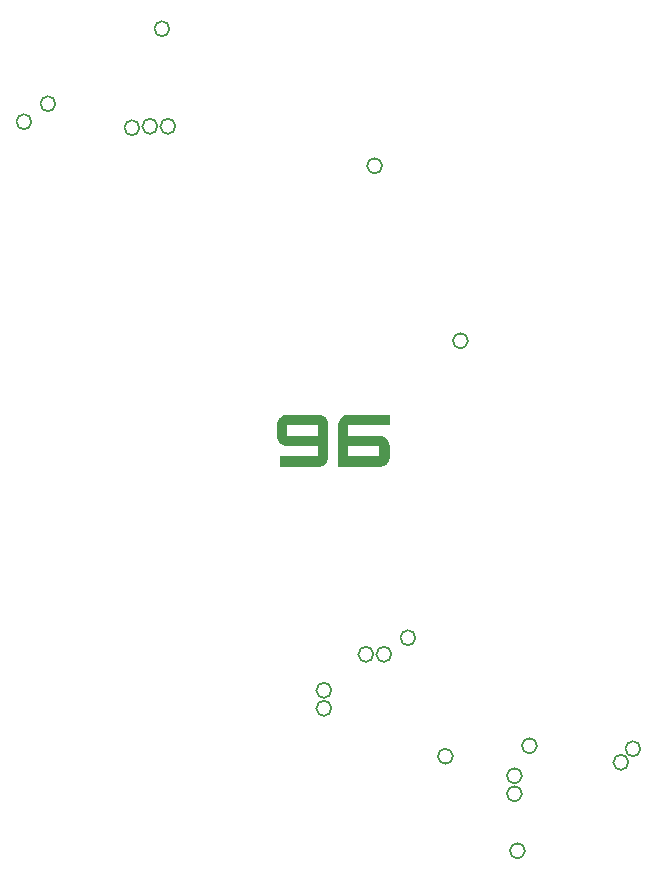
<source format=gbo>
%FSLAX25Y25*%
%MOIN*%
G70*
G01*
G75*
G04 Layer_Color=32896*
%ADD10C,0.01000*%
%ADD11C,0.00500*%
%ADD12C,0.00600*%
%ADD13R,0.03347X0.02953*%
%ADD14R,0.02953X0.03347*%
%ADD15R,0.03543X0.02953*%
G04:AMPARAMS|DCode=16|XSize=17.72mil|YSize=19.69mil|CornerRadius=0mil|HoleSize=0mil|Usage=FLASHONLY|Rotation=22.500|XOffset=0mil|YOffset=0mil|HoleType=Round|Shape=Rectangle|*
%AMROTATEDRECTD16*
4,1,4,-0.00442,-0.01248,-0.01195,0.00570,0.00442,0.01248,0.01195,-0.00570,-0.00442,-0.01248,0.0*
%
%ADD16ROTATEDRECTD16*%

G04:AMPARAMS|DCode=17|XSize=33.47mil|YSize=35.43mil|CornerRadius=0mil|HoleSize=0mil|Usage=FLASHONLY|Rotation=202.500|XOffset=0mil|YOffset=0mil|HoleType=Round|Shape=Rectangle|*
%AMROTATEDRECTD17*
4,1,4,0.00868,0.02277,0.02224,-0.00997,-0.00868,-0.02277,-0.02224,0.00997,0.00868,0.02277,0.0*
%
%ADD17ROTATEDRECTD17*%

G04:AMPARAMS|DCode=18|XSize=17.72mil|YSize=19.69mil|CornerRadius=0mil|HoleSize=0mil|Usage=FLASHONLY|Rotation=112.500|XOffset=0mil|YOffset=0mil|HoleType=Round|Shape=Rectangle|*
%AMROTATEDRECTD18*
4,1,4,0.01248,-0.00442,-0.00570,-0.01195,-0.01248,0.00442,0.00570,0.01195,0.01248,-0.00442,0.0*
%
%ADD18ROTATEDRECTD18*%

G04:AMPARAMS|DCode=19|XSize=33.47mil|YSize=35.43mil|CornerRadius=0mil|HoleSize=0mil|Usage=FLASHONLY|Rotation=292.500|XOffset=0mil|YOffset=0mil|HoleType=Round|Shape=Rectangle|*
%AMROTATEDRECTD19*
4,1,4,-0.02277,0.00868,0.00997,0.02224,0.02277,-0.00868,-0.00997,-0.02224,-0.02277,0.00868,0.0*
%
%ADD19ROTATEDRECTD19*%

G04:AMPARAMS|DCode=20|XSize=17.72mil|YSize=19.69mil|CornerRadius=0mil|HoleSize=0mil|Usage=FLASHONLY|Rotation=337.500|XOffset=0mil|YOffset=0mil|HoleType=Round|Shape=Rectangle|*
%AMROTATEDRECTD20*
4,1,4,-0.01195,-0.00570,-0.00442,0.01248,0.01195,0.00570,0.00442,-0.01248,-0.01195,-0.00570,0.0*
%
%ADD20ROTATEDRECTD20*%

G04:AMPARAMS|DCode=21|XSize=33.47mil|YSize=35.43mil|CornerRadius=0mil|HoleSize=0mil|Usage=FLASHONLY|Rotation=157.500|XOffset=0mil|YOffset=0mil|HoleType=Round|Shape=Rectangle|*
%AMROTATEDRECTD21*
4,1,4,0.02224,0.00997,0.00868,-0.02277,-0.02224,-0.00997,-0.00868,0.02277,0.02224,0.00997,0.0*
%
%ADD21ROTATEDRECTD21*%

G04:AMPARAMS|DCode=22|XSize=17.72mil|YSize=19.69mil|CornerRadius=0mil|HoleSize=0mil|Usage=FLASHONLY|Rotation=247.500|XOffset=0mil|YOffset=0mil|HoleType=Round|Shape=Rectangle|*
%AMROTATEDRECTD22*
4,1,4,-0.00570,0.01195,0.01248,0.00442,0.00570,-0.01195,-0.01248,-0.00442,-0.00570,0.01195,0.0*
%
%ADD22ROTATEDRECTD22*%

G04:AMPARAMS|DCode=23|XSize=33.47mil|YSize=35.43mil|CornerRadius=0mil|HoleSize=0mil|Usage=FLASHONLY|Rotation=67.500|XOffset=0mil|YOffset=0mil|HoleType=Round|Shape=Rectangle|*
%AMROTATEDRECTD23*
4,1,4,0.00997,-0.02224,-0.02277,-0.00868,-0.00997,0.02224,0.02277,0.00868,0.00997,-0.02224,0.0*
%
%ADD23ROTATEDRECTD23*%

%ADD24R,0.02362X0.02362*%
%ADD25R,0.01890X0.01575*%
%ADD26R,0.03150X0.05118*%
%ADD27R,0.02362X0.02559*%
%ADD28C,0.03200*%
%ADD29R,0.02559X0.02362*%
%ADD30R,0.08268X0.08268*%
%ADD31O,0.02559X0.01181*%
%ADD32O,0.01181X0.02559*%
%ADD33R,0.02953X0.03543*%
%ADD34R,0.03543X0.07480*%
%ADD35R,0.02362X0.02362*%
%ADD36R,0.02362X0.02756*%
%ADD37R,0.04724X0.05512*%
G04:AMPARAMS|DCode=38|XSize=11.02mil|YSize=33.47mil|CornerRadius=0mil|HoleSize=0mil|Usage=FLASHONLY|Rotation=0.000|XOffset=0mil|YOffset=0mil|HoleType=Round|Shape=Octagon|*
%AMOCTAGOND38*
4,1,8,-0.00276,0.01673,0.00276,0.01673,0.00551,0.01398,0.00551,-0.01398,0.00276,-0.01673,-0.00276,-0.01673,-0.00551,-0.01398,-0.00551,0.01398,-0.00276,0.01673,0.0*
%
%ADD38OCTAGOND38*%

%ADD39R,0.01102X0.03347*%
%ADD40R,0.03347X0.01102*%
%ADD41R,0.13583X0.13583*%
%ADD42R,0.05709X0.02165*%
%ADD43R,0.05512X0.04724*%
%ADD44R,0.05118X0.07480*%
%ADD45R,0.03000X0.10000*%
%ADD46R,0.17716X0.17716*%
%ADD47R,0.03600X0.04800*%
%ADD48R,0.09055X0.02559*%
%ADD49R,0.08071X0.11417*%
%ADD50R,0.08661X0.04095*%
%ADD51C,0.10000*%
%ADD52C,0.01500*%
%ADD53C,0.00800*%
%ADD54C,0.04000*%
%ADD55C,0.02000*%
%ADD56C,0.03000*%
%ADD57C,0.02500*%
%ADD58C,0.00700*%
%ADD59R,0.07000X0.23500*%
%ADD60R,0.15700X0.07000*%
%ADD61R,0.03000X0.03300*%
%ADD62C,0.03500*%
%ADD63C,0.02000*%
%ADD64R,0.10800X0.10800*%
%ADD65C,0.10800*%
%ADD66C,0.03000*%
%ADD67C,0.02200*%
%ADD68C,0.04000*%
%ADD69C,0.02598*%
%ADD70C,0.00984*%
%ADD71C,0.00984*%
%ADD72C,0.00787*%
%ADD73C,0.00300*%
%ADD74R,0.01772X0.03740*%
%ADD75R,0.03147X0.02753*%
%ADD76R,0.02753X0.03147*%
%ADD77R,0.03343X0.02753*%
G04:AMPARAMS|DCode=78|XSize=15.72mil|YSize=17.69mil|CornerRadius=0mil|HoleSize=0mil|Usage=FLASHONLY|Rotation=22.500|XOffset=0mil|YOffset=0mil|HoleType=Round|Shape=Rectangle|*
%AMROTATEDRECTD78*
4,1,4,-0.00388,-0.01118,-0.01064,0.00516,0.00388,0.01118,0.01064,-0.00516,-0.00388,-0.01118,0.0*
%
%ADD78ROTATEDRECTD78*%

G04:AMPARAMS|DCode=79|XSize=31.47mil|YSize=33.43mil|CornerRadius=0mil|HoleSize=0mil|Usage=FLASHONLY|Rotation=202.500|XOffset=0mil|YOffset=0mil|HoleType=Round|Shape=Rectangle|*
%AMROTATEDRECTD79*
4,1,4,0.00814,0.02147,0.02093,-0.00942,-0.00814,-0.02147,-0.02093,0.00942,0.00814,0.02147,0.0*
%
%ADD79ROTATEDRECTD79*%

G04:AMPARAMS|DCode=80|XSize=15.72mil|YSize=17.69mil|CornerRadius=0mil|HoleSize=0mil|Usage=FLASHONLY|Rotation=112.500|XOffset=0mil|YOffset=0mil|HoleType=Round|Shape=Rectangle|*
%AMROTATEDRECTD80*
4,1,4,0.01118,-0.00388,-0.00516,-0.01064,-0.01118,0.00388,0.00516,0.01064,0.01118,-0.00388,0.0*
%
%ADD80ROTATEDRECTD80*%

G04:AMPARAMS|DCode=81|XSize=31.47mil|YSize=33.43mil|CornerRadius=0mil|HoleSize=0mil|Usage=FLASHONLY|Rotation=292.500|XOffset=0mil|YOffset=0mil|HoleType=Round|Shape=Rectangle|*
%AMROTATEDRECTD81*
4,1,4,-0.02147,0.00814,0.00942,0.02093,0.02147,-0.00814,-0.00942,-0.02093,-0.02147,0.00814,0.0*
%
%ADD81ROTATEDRECTD81*%

G04:AMPARAMS|DCode=82|XSize=15.72mil|YSize=17.69mil|CornerRadius=0mil|HoleSize=0mil|Usage=FLASHONLY|Rotation=337.500|XOffset=0mil|YOffset=0mil|HoleType=Round|Shape=Rectangle|*
%AMROTATEDRECTD82*
4,1,4,-0.01064,-0.00516,-0.00388,0.01118,0.01064,0.00516,0.00388,-0.01118,-0.01064,-0.00516,0.0*
%
%ADD82ROTATEDRECTD82*%

G04:AMPARAMS|DCode=83|XSize=31.47mil|YSize=33.43mil|CornerRadius=0mil|HoleSize=0mil|Usage=FLASHONLY|Rotation=157.500|XOffset=0mil|YOffset=0mil|HoleType=Round|Shape=Rectangle|*
%AMROTATEDRECTD83*
4,1,4,0.02093,0.00942,0.00814,-0.02147,-0.02093,-0.00942,-0.00814,0.02147,0.02093,0.00942,0.0*
%
%ADD83ROTATEDRECTD83*%

G04:AMPARAMS|DCode=84|XSize=15.72mil|YSize=17.69mil|CornerRadius=0mil|HoleSize=0mil|Usage=FLASHONLY|Rotation=247.500|XOffset=0mil|YOffset=0mil|HoleType=Round|Shape=Rectangle|*
%AMROTATEDRECTD84*
4,1,4,-0.00516,0.01064,0.01118,0.00388,0.00516,-0.01064,-0.01118,-0.00388,-0.00516,0.01064,0.0*
%
%ADD84ROTATEDRECTD84*%

G04:AMPARAMS|DCode=85|XSize=31.47mil|YSize=33.43mil|CornerRadius=0mil|HoleSize=0mil|Usage=FLASHONLY|Rotation=67.500|XOffset=0mil|YOffset=0mil|HoleType=Round|Shape=Rectangle|*
%AMROTATEDRECTD85*
4,1,4,0.00942,-0.02093,-0.02147,-0.00814,-0.00942,0.02093,0.02147,0.00814,0.00942,-0.02093,0.0*
%
%ADD85ROTATEDRECTD85*%

%ADD86R,0.02162X0.02162*%
%ADD87R,0.01690X0.01375*%
%ADD88R,0.02950X0.04918*%
%ADD89R,0.02162X0.02359*%
%ADD90R,0.02359X0.02162*%
%ADD91R,0.08068X0.08068*%
%ADD92O,0.02359X0.00981*%
%ADD93O,0.00981X0.02359*%
%ADD94R,0.02753X0.03343*%
%ADD95R,0.03343X0.07280*%
%ADD96R,0.02162X0.02162*%
%ADD97R,0.02162X0.02556*%
%ADD98R,0.04524X0.05312*%
G04:AMPARAMS|DCode=99|XSize=9.02mil|YSize=31.47mil|CornerRadius=0mil|HoleSize=0mil|Usage=FLASHONLY|Rotation=0.000|XOffset=0mil|YOffset=0mil|HoleType=Round|Shape=Octagon|*
%AMOCTAGOND99*
4,1,8,-0.00226,0.01573,0.00226,0.01573,0.00451,0.01348,0.00451,-0.01348,0.00226,-0.01573,-0.00226,-0.01573,-0.00451,-0.01348,-0.00451,0.01348,-0.00226,0.01573,0.0*
%
%ADD99OCTAGOND99*%

%ADD100R,0.00100X0.00100*%
%ADD101R,0.05509X0.01965*%
%ADD102R,0.05312X0.04524*%
%ADD103R,0.04918X0.07280*%
%ADD104R,0.02800X0.09800*%
%ADD105R,0.08855X0.02359*%
%ADD106R,0.07871X0.11217*%
%ADD107R,0.08461X0.03895*%
%ADD108R,0.03400X0.03700*%
%ADD109R,0.03747X0.03353*%
%ADD110R,0.03353X0.03747*%
%ADD111R,0.03943X0.03353*%
G04:AMPARAMS|DCode=112|XSize=19.72mil|YSize=21.69mil|CornerRadius=0mil|HoleSize=0mil|Usage=FLASHONLY|Rotation=22.500|XOffset=0mil|YOffset=0mil|HoleType=Round|Shape=Rectangle|*
%AMROTATEDRECTD112*
4,1,4,-0.00496,-0.01379,-0.01326,0.00625,0.00496,0.01379,0.01326,-0.00625,-0.00496,-0.01379,0.0*
%
%ADD112ROTATEDRECTD112*%

G04:AMPARAMS|DCode=113|XSize=35.47mil|YSize=37.43mil|CornerRadius=0mil|HoleSize=0mil|Usage=FLASHONLY|Rotation=202.500|XOffset=0mil|YOffset=0mil|HoleType=Round|Shape=Rectangle|*
%AMROTATEDRECTD113*
4,1,4,0.00922,0.02408,0.02355,-0.01051,-0.00922,-0.02408,-0.02355,0.01051,0.00922,0.02408,0.0*
%
%ADD113ROTATEDRECTD113*%

G04:AMPARAMS|DCode=114|XSize=19.72mil|YSize=21.69mil|CornerRadius=0mil|HoleSize=0mil|Usage=FLASHONLY|Rotation=112.500|XOffset=0mil|YOffset=0mil|HoleType=Round|Shape=Rectangle|*
%AMROTATEDRECTD114*
4,1,4,0.01379,-0.00496,-0.00625,-0.01326,-0.01379,0.00496,0.00625,0.01326,0.01379,-0.00496,0.0*
%
%ADD114ROTATEDRECTD114*%

G04:AMPARAMS|DCode=115|XSize=35.47mil|YSize=37.43mil|CornerRadius=0mil|HoleSize=0mil|Usage=FLASHONLY|Rotation=292.500|XOffset=0mil|YOffset=0mil|HoleType=Round|Shape=Rectangle|*
%AMROTATEDRECTD115*
4,1,4,-0.02408,0.00922,0.01051,0.02355,0.02408,-0.00922,-0.01051,-0.02355,-0.02408,0.00922,0.0*
%
%ADD115ROTATEDRECTD115*%

G04:AMPARAMS|DCode=116|XSize=19.72mil|YSize=21.69mil|CornerRadius=0mil|HoleSize=0mil|Usage=FLASHONLY|Rotation=337.500|XOffset=0mil|YOffset=0mil|HoleType=Round|Shape=Rectangle|*
%AMROTATEDRECTD116*
4,1,4,-0.01326,-0.00625,-0.00496,0.01379,0.01326,0.00625,0.00496,-0.01379,-0.01326,-0.00625,0.0*
%
%ADD116ROTATEDRECTD116*%

G04:AMPARAMS|DCode=117|XSize=35.47mil|YSize=37.43mil|CornerRadius=0mil|HoleSize=0mil|Usage=FLASHONLY|Rotation=157.500|XOffset=0mil|YOffset=0mil|HoleType=Round|Shape=Rectangle|*
%AMROTATEDRECTD117*
4,1,4,0.02355,0.01051,0.00922,-0.02408,-0.02355,-0.01051,-0.00922,0.02408,0.02355,0.01051,0.0*
%
%ADD117ROTATEDRECTD117*%

G04:AMPARAMS|DCode=118|XSize=19.72mil|YSize=21.69mil|CornerRadius=0mil|HoleSize=0mil|Usage=FLASHONLY|Rotation=247.500|XOffset=0mil|YOffset=0mil|HoleType=Round|Shape=Rectangle|*
%AMROTATEDRECTD118*
4,1,4,-0.00625,0.01326,0.01379,0.00496,0.00625,-0.01326,-0.01379,-0.00496,-0.00625,0.01326,0.0*
%
%ADD118ROTATEDRECTD118*%

G04:AMPARAMS|DCode=119|XSize=35.47mil|YSize=37.43mil|CornerRadius=0mil|HoleSize=0mil|Usage=FLASHONLY|Rotation=67.500|XOffset=0mil|YOffset=0mil|HoleType=Round|Shape=Rectangle|*
%AMROTATEDRECTD119*
4,1,4,0.01051,-0.02355,-0.02408,-0.00922,-0.01051,0.02355,0.02408,0.00922,0.01051,-0.02355,0.0*
%
%ADD119ROTATEDRECTD119*%

%ADD120R,0.02762X0.02762*%
%ADD121R,0.02290X0.01975*%
%ADD122R,0.03550X0.05518*%
%ADD123R,0.02762X0.02959*%
%ADD124C,0.03600*%
%ADD125R,0.02959X0.02762*%
%ADD126R,0.08668X0.08668*%
%ADD127O,0.02959X0.01581*%
%ADD128O,0.01581X0.02959*%
%ADD129R,0.03353X0.03943*%
%ADD130R,0.03943X0.07880*%
%ADD131R,0.02762X0.02762*%
%ADD132R,0.02762X0.03156*%
%ADD133R,0.05124X0.05912*%
G04:AMPARAMS|DCode=134|XSize=15.02mil|YSize=37.47mil|CornerRadius=0mil|HoleSize=0mil|Usage=FLASHONLY|Rotation=0.000|XOffset=0mil|YOffset=0mil|HoleType=Round|Shape=Octagon|*
%AMOCTAGOND134*
4,1,8,-0.00376,0.01873,0.00376,0.01873,0.00751,0.01498,0.00751,-0.01498,0.00376,-0.01873,-0.00376,-0.01873,-0.00751,-0.01498,-0.00751,0.01498,-0.00376,0.01873,0.0*
%
%ADD134OCTAGOND134*%

%ADD135R,0.01502X0.03747*%
%ADD136R,0.03747X0.01502*%
%ADD137R,0.00083X0.00083*%
%ADD138R,0.06109X0.02565*%
%ADD139R,0.05912X0.05124*%
%ADD140R,0.05518X0.07880*%
%ADD141R,0.03400X0.10400*%
%ADD142R,0.00117X0.00117*%
%ADD143R,0.04000X0.05200*%
%ADD144R,0.09455X0.02959*%
%ADD145R,0.08471X0.11817*%
%ADD146R,0.09061X0.04495*%
%ADD147C,0.03900*%
%ADD148C,0.02400*%
%ADD149C,0.00400*%
%ADD150R,0.11200X0.11200*%
%ADD151C,0.11200*%
%ADD152C,0.03400*%
%ADD153C,0.02600*%
%ADD154C,0.02998*%
G36*
X18900Y5413D02*
X5154D01*
Y1886D01*
X15484D01*
X16040Y1830D01*
X16540Y1719D01*
X16956Y1553D01*
X17317Y1386D01*
X17623Y1192D01*
X17817Y1025D01*
X17928Y914D01*
X17984Y859D01*
X18289Y470D01*
X18511Y53D01*
X18678Y-336D01*
X18789Y-724D01*
X18845Y-1058D01*
X18872Y-1308D01*
X18900Y-1419D01*
Y-1502D01*
Y-1530D01*
Y-1558D01*
Y-5057D01*
X18872Y-5584D01*
X18761Y-6056D01*
X18595Y-6473D01*
X18428Y-6834D01*
X18261Y-7139D01*
X18095Y-7361D01*
X17984Y-7473D01*
X17956Y-7528D01*
X17567Y-7861D01*
X17151Y-8083D01*
X16734Y-8250D01*
X16345Y-8389D01*
X16012Y-8444D01*
X15734Y-8472D01*
X15623Y-8500D01*
X1738D01*
Y5413D01*
X1766Y5940D01*
X1877Y6413D01*
X2044Y6829D01*
X2210Y7190D01*
X2405Y7468D01*
X2544Y7690D01*
X2655Y7801D01*
X2710Y7857D01*
X3099Y8190D01*
X3488Y8440D01*
X3904Y8606D01*
X4293Y8745D01*
X4626Y8801D01*
X4904Y8828D01*
X5015Y8856D01*
X18900D01*
Y5413D01*
D02*
G37*
G36*
X-4343Y8828D02*
X-3816Y8717D01*
X-3399Y8551D01*
X-3038Y8384D01*
X-2733Y8190D01*
X-2538Y8051D01*
X-2427Y7940D01*
X-2372Y7884D01*
X-2094Y7496D01*
X-1872Y7079D01*
X-1733Y6662D01*
X-1622Y6274D01*
X-1567Y5940D01*
X-1539Y5663D01*
X-1511Y5552D01*
Y5468D01*
Y5441D01*
Y5413D01*
Y-5057D01*
X-1539Y-5584D01*
X-1650Y-6056D01*
X-1816Y-6473D01*
X-1983Y-6834D01*
X-2150Y-7139D01*
X-2316Y-7361D01*
X-2427Y-7473D01*
X-2455Y-7528D01*
X-2844Y-7861D01*
X-3233Y-8083D01*
X-3649Y-8250D01*
X-4038Y-8389D01*
X-4399Y-8444D01*
X-4677Y-8472D01*
X-4788Y-8500D01*
X-17784D01*
Y-5057D01*
X-4927D01*
Y-1530D01*
X-15257D01*
X-15812Y-1474D01*
X-16312Y-1363D01*
X-16729Y-1197D01*
X-17118Y-1002D01*
X-17395Y-836D01*
X-17617Y-669D01*
X-17729Y-558D01*
X-17784Y-502D01*
X-18090Y-114D01*
X-18312Y275D01*
X-18451Y692D01*
X-18562Y1081D01*
X-18617Y1414D01*
X-18673Y1664D01*
Y1775D01*
Y1858D01*
Y1886D01*
Y1914D01*
Y5413D01*
X-18645Y5940D01*
X-18534Y6413D01*
X-18367Y6829D01*
X-18201Y7190D01*
X-18006Y7468D01*
X-17867Y7690D01*
X-17756Y7801D01*
X-17701Y7857D01*
X-17312Y8190D01*
X-16923Y8440D01*
X-16507Y8606D01*
X-16118Y8745D01*
X-15785Y8801D01*
X-15507Y8828D01*
X-15396Y8856D01*
X-4927D01*
X-4343Y8828D01*
D02*
G37*
%LPC*%
G36*
X-4927Y5413D02*
X-15257D01*
Y1914D01*
X-4927D01*
Y5413D01*
D02*
G37*
G36*
X15484Y-1558D02*
X5154D01*
Y-5057D01*
X15484D01*
Y-1558D01*
D02*
G37*
%LPD*%
D11*
X98500Y-107000D02*
G03*
X98500Y-107000I-2500J0D01*
G01*
X63000Y-111500D02*
G03*
X63000Y-111500I-2500J0D01*
G01*
X-54500Y137500D02*
G03*
X-54500Y137500I-2500J0D01*
G01*
X68000Y-101500D02*
G03*
X68000Y-101500I-2500J0D01*
G01*
X64000Y-136500D02*
G03*
X64000Y-136500I-2500J0D01*
G01*
X102500Y-102500D02*
G03*
X102500Y-102500I-2500J0D01*
G01*
X63000Y-117500D02*
G03*
X63000Y-117500I-2500J0D01*
G01*
X13500Y-71000D02*
G03*
X13500Y-71000I-2500J0D01*
G01*
X27500Y-65500D02*
G03*
X27500Y-65500I-2500J0D01*
G01*
X-500Y-89000D02*
G03*
X-500Y-89000I-2500J0D01*
G01*
X16410Y91830D02*
G03*
X16410Y91830I-2500J0D01*
G01*
X40000Y-105000D02*
G03*
X40000Y-105000I-2500J0D01*
G01*
X-500Y-83000D02*
G03*
X-500Y-83000I-2500J0D01*
G01*
X19500Y-71000D02*
G03*
X19500Y-71000I-2500J0D01*
G01*
X-92500Y112500D02*
G03*
X-92500Y112500I-2500J0D01*
G01*
X-64500Y104500D02*
G03*
X-64500Y104500I-2500J0D01*
G01*
X45000Y33500D02*
G03*
X45000Y33500I-2500J0D01*
G01*
X-52500Y105000D02*
G03*
X-52500Y105000I-2500J0D01*
G01*
X-58500D02*
G03*
X-58500Y105000I-2500J0D01*
G01*
X-100500Y106500D02*
G03*
X-100500Y106500I-2500J0D01*
G01*
M02*

</source>
